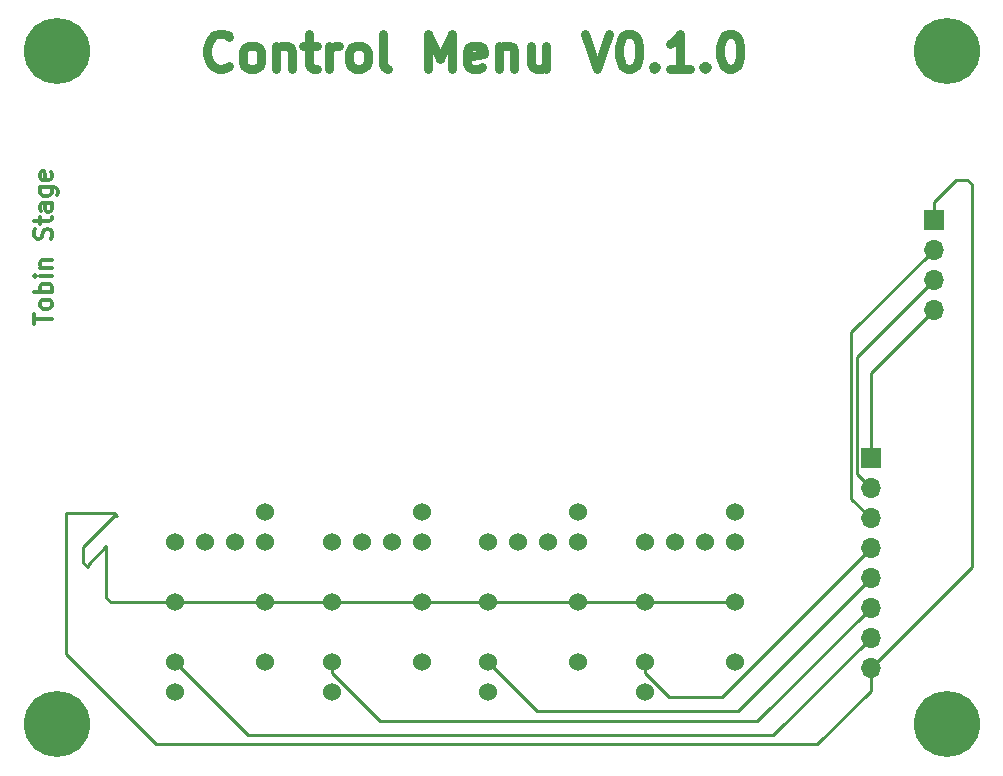
<source format=gbr>
%TF.GenerationSoftware,KiCad,Pcbnew,(5.1.7)-1*%
%TF.CreationDate,2020-12-29T16:59:20+00:00*%
%TF.ProjectId,ControlMenu-PCB,436f6e74-726f-46c4-9d65-6e752d504342,rev?*%
%TF.SameCoordinates,Original*%
%TF.FileFunction,Copper,L1,Top*%
%TF.FilePolarity,Positive*%
%FSLAX46Y46*%
G04 Gerber Fmt 4.6, Leading zero omitted, Abs format (unit mm)*
G04 Created by KiCad (PCBNEW (5.1.7)-1) date 2020-12-29 16:59:20*
%MOMM*%
%LPD*%
G01*
G04 APERTURE LIST*
%TA.AperFunction,NonConductor*%
%ADD10C,0.300000*%
%TD*%
%TA.AperFunction,NonConductor*%
%ADD11C,0.750000*%
%TD*%
%TA.AperFunction,ComponentPad*%
%ADD12C,5.600000*%
%TD*%
%TA.AperFunction,ComponentPad*%
%ADD13O,1.700000X1.700000*%
%TD*%
%TA.AperFunction,ComponentPad*%
%ADD14R,1.700000X1.700000*%
%TD*%
%TA.AperFunction,ComponentPad*%
%ADD15C,1.524000*%
%TD*%
%TA.AperFunction,Conductor*%
%ADD16C,0.250000*%
%TD*%
G04 APERTURE END LIST*
D10*
X190138571Y-119985714D02*
X190138571Y-119128571D01*
X191638571Y-119557142D02*
X190138571Y-119557142D01*
X191638571Y-118414285D02*
X191567142Y-118557142D01*
X191495714Y-118628571D01*
X191352857Y-118700000D01*
X190924285Y-118700000D01*
X190781428Y-118628571D01*
X190710000Y-118557142D01*
X190638571Y-118414285D01*
X190638571Y-118200000D01*
X190710000Y-118057142D01*
X190781428Y-117985714D01*
X190924285Y-117914285D01*
X191352857Y-117914285D01*
X191495714Y-117985714D01*
X191567142Y-118057142D01*
X191638571Y-118200000D01*
X191638571Y-118414285D01*
X191638571Y-117271428D02*
X190138571Y-117271428D01*
X190710000Y-117271428D02*
X190638571Y-117128571D01*
X190638571Y-116842857D01*
X190710000Y-116700000D01*
X190781428Y-116628571D01*
X190924285Y-116557142D01*
X191352857Y-116557142D01*
X191495714Y-116628571D01*
X191567142Y-116700000D01*
X191638571Y-116842857D01*
X191638571Y-117128571D01*
X191567142Y-117271428D01*
X191638571Y-115914285D02*
X190638571Y-115914285D01*
X190138571Y-115914285D02*
X190210000Y-115985714D01*
X190281428Y-115914285D01*
X190210000Y-115842857D01*
X190138571Y-115914285D01*
X190281428Y-115914285D01*
X190638571Y-115200000D02*
X191638571Y-115200000D01*
X190781428Y-115200000D02*
X190710000Y-115128571D01*
X190638571Y-114985714D01*
X190638571Y-114771428D01*
X190710000Y-114628571D01*
X190852857Y-114557142D01*
X191638571Y-114557142D01*
X191567142Y-112771428D02*
X191638571Y-112557142D01*
X191638571Y-112200000D01*
X191567142Y-112057142D01*
X191495714Y-111985714D01*
X191352857Y-111914285D01*
X191210000Y-111914285D01*
X191067142Y-111985714D01*
X190995714Y-112057142D01*
X190924285Y-112200000D01*
X190852857Y-112485714D01*
X190781428Y-112628571D01*
X190710000Y-112700000D01*
X190567142Y-112771428D01*
X190424285Y-112771428D01*
X190281428Y-112700000D01*
X190210000Y-112628571D01*
X190138571Y-112485714D01*
X190138571Y-112128571D01*
X190210000Y-111914285D01*
X190638571Y-111485714D02*
X190638571Y-110914285D01*
X190138571Y-111271428D02*
X191424285Y-111271428D01*
X191567142Y-111200000D01*
X191638571Y-111057142D01*
X191638571Y-110914285D01*
X191638571Y-109771428D02*
X190852857Y-109771428D01*
X190710000Y-109842857D01*
X190638571Y-109985714D01*
X190638571Y-110271428D01*
X190710000Y-110414285D01*
X191567142Y-109771428D02*
X191638571Y-109914285D01*
X191638571Y-110271428D01*
X191567142Y-110414285D01*
X191424285Y-110485714D01*
X191281428Y-110485714D01*
X191138571Y-110414285D01*
X191067142Y-110271428D01*
X191067142Y-109914285D01*
X190995714Y-109771428D01*
X190638571Y-108414285D02*
X191852857Y-108414285D01*
X191995714Y-108485714D01*
X192067142Y-108557142D01*
X192138571Y-108700000D01*
X192138571Y-108914285D01*
X192067142Y-109057142D01*
X191567142Y-108414285D02*
X191638571Y-108557142D01*
X191638571Y-108842857D01*
X191567142Y-108985714D01*
X191495714Y-109057142D01*
X191352857Y-109128571D01*
X190924285Y-109128571D01*
X190781428Y-109057142D01*
X190710000Y-108985714D01*
X190638571Y-108842857D01*
X190638571Y-108557142D01*
X190710000Y-108414285D01*
X191567142Y-107128571D02*
X191638571Y-107271428D01*
X191638571Y-107557142D01*
X191567142Y-107700000D01*
X191424285Y-107771428D01*
X190852857Y-107771428D01*
X190710000Y-107700000D01*
X190638571Y-107557142D01*
X190638571Y-107271428D01*
X190710000Y-107128571D01*
X190852857Y-107057142D01*
X190995714Y-107057142D01*
X191138571Y-107771428D01*
D11*
X206675714Y-98111428D02*
X206532857Y-98254285D01*
X206104285Y-98397142D01*
X205818571Y-98397142D01*
X205390000Y-98254285D01*
X205104285Y-97968571D01*
X204961428Y-97682857D01*
X204818571Y-97111428D01*
X204818571Y-96682857D01*
X204961428Y-96111428D01*
X205104285Y-95825714D01*
X205390000Y-95540000D01*
X205818571Y-95397142D01*
X206104285Y-95397142D01*
X206532857Y-95540000D01*
X206675714Y-95682857D01*
X208390000Y-98397142D02*
X208104285Y-98254285D01*
X207961428Y-98111428D01*
X207818571Y-97825714D01*
X207818571Y-96968571D01*
X207961428Y-96682857D01*
X208104285Y-96540000D01*
X208390000Y-96397142D01*
X208818571Y-96397142D01*
X209104285Y-96540000D01*
X209247142Y-96682857D01*
X209390000Y-96968571D01*
X209390000Y-97825714D01*
X209247142Y-98111428D01*
X209104285Y-98254285D01*
X208818571Y-98397142D01*
X208390000Y-98397142D01*
X210675714Y-96397142D02*
X210675714Y-98397142D01*
X210675714Y-96682857D02*
X210818571Y-96540000D01*
X211104285Y-96397142D01*
X211532857Y-96397142D01*
X211818571Y-96540000D01*
X211961428Y-96825714D01*
X211961428Y-98397142D01*
X212961428Y-96397142D02*
X214104285Y-96397142D01*
X213390000Y-95397142D02*
X213390000Y-97968571D01*
X213532857Y-98254285D01*
X213818571Y-98397142D01*
X214104285Y-98397142D01*
X215104285Y-98397142D02*
X215104285Y-96397142D01*
X215104285Y-96968571D02*
X215247142Y-96682857D01*
X215390000Y-96540000D01*
X215675714Y-96397142D01*
X215961428Y-96397142D01*
X217390000Y-98397142D02*
X217104285Y-98254285D01*
X216961428Y-98111428D01*
X216818571Y-97825714D01*
X216818571Y-96968571D01*
X216961428Y-96682857D01*
X217104285Y-96540000D01*
X217390000Y-96397142D01*
X217818571Y-96397142D01*
X218104285Y-96540000D01*
X218247142Y-96682857D01*
X218390000Y-96968571D01*
X218390000Y-97825714D01*
X218247142Y-98111428D01*
X218104285Y-98254285D01*
X217818571Y-98397142D01*
X217390000Y-98397142D01*
X220104285Y-98397142D02*
X219818571Y-98254285D01*
X219675714Y-97968571D01*
X219675714Y-95397142D01*
X223532857Y-98397142D02*
X223532857Y-95397142D01*
X224532857Y-97540000D01*
X225532857Y-95397142D01*
X225532857Y-98397142D01*
X228104285Y-98254285D02*
X227818571Y-98397142D01*
X227247142Y-98397142D01*
X226961428Y-98254285D01*
X226818571Y-97968571D01*
X226818571Y-96825714D01*
X226961428Y-96540000D01*
X227247142Y-96397142D01*
X227818571Y-96397142D01*
X228104285Y-96540000D01*
X228247142Y-96825714D01*
X228247142Y-97111428D01*
X226818571Y-97397142D01*
X229532857Y-96397142D02*
X229532857Y-98397142D01*
X229532857Y-96682857D02*
X229675714Y-96540000D01*
X229961428Y-96397142D01*
X230390000Y-96397142D01*
X230675714Y-96540000D01*
X230818571Y-96825714D01*
X230818571Y-98397142D01*
X233532857Y-96397142D02*
X233532857Y-98397142D01*
X232247142Y-96397142D02*
X232247142Y-97968571D01*
X232390000Y-98254285D01*
X232675714Y-98397142D01*
X233104285Y-98397142D01*
X233390000Y-98254285D01*
X233532857Y-98111428D01*
X236818571Y-95397142D02*
X237818571Y-98397142D01*
X238818571Y-95397142D01*
X240390000Y-95397142D02*
X240675714Y-95397142D01*
X240961428Y-95540000D01*
X241104285Y-95682857D01*
X241247142Y-95968571D01*
X241390000Y-96540000D01*
X241390000Y-97254285D01*
X241247142Y-97825714D01*
X241104285Y-98111428D01*
X240961428Y-98254285D01*
X240675714Y-98397142D01*
X240390000Y-98397142D01*
X240104285Y-98254285D01*
X239961428Y-98111428D01*
X239818571Y-97825714D01*
X239675714Y-97254285D01*
X239675714Y-96540000D01*
X239818571Y-95968571D01*
X239961428Y-95682857D01*
X240104285Y-95540000D01*
X240390000Y-95397142D01*
X242675714Y-98111428D02*
X242818571Y-98254285D01*
X242675714Y-98397142D01*
X242532857Y-98254285D01*
X242675714Y-98111428D01*
X242675714Y-98397142D01*
X245675714Y-98397142D02*
X243961428Y-98397142D01*
X244818571Y-98397142D02*
X244818571Y-95397142D01*
X244532857Y-95825714D01*
X244247142Y-96111428D01*
X243961428Y-96254285D01*
X246961428Y-98111428D02*
X247104285Y-98254285D01*
X246961428Y-98397142D01*
X246818571Y-98254285D01*
X246961428Y-98111428D01*
X246961428Y-98397142D01*
X248961428Y-95397142D02*
X249247142Y-95397142D01*
X249532857Y-95540000D01*
X249675714Y-95682857D01*
X249818571Y-95968571D01*
X249961428Y-96540000D01*
X249961428Y-97254285D01*
X249818571Y-97825714D01*
X249675714Y-98111428D01*
X249532857Y-98254285D01*
X249247142Y-98397142D01*
X248961428Y-98397142D01*
X248675714Y-98254285D01*
X248532857Y-98111428D01*
X248390000Y-97825714D01*
X248247142Y-97254285D01*
X248247142Y-96540000D01*
X248390000Y-95968571D01*
X248532857Y-95682857D01*
X248675714Y-95540000D01*
X248961428Y-95397142D01*
D12*
%TO.P,REF\u002A\u002A,1*%
%TO.N,N/C*%
X267420000Y-96880000D03*
%TD*%
%TO.P,REF\u002A\u002A,1*%
%TO.N,N/C*%
X267420000Y-153880000D03*
%TD*%
%TO.P,REF\u002A\u002A,1*%
%TO.N,N/C*%
X192090000Y-153880000D03*
%TD*%
%TO.P,REF\u002A\u002A,1*%
%TO.N,N/C*%
X192090000Y-96880000D03*
%TD*%
D13*
%TO.P,J2,4*%
%TO.N,/GND*%
X266320000Y-118800000D03*
%TO.P,J2,3*%
%TO.N,/SCL*%
X266320000Y-116260000D03*
%TO.P,J2,2*%
%TO.N,/SDA*%
X266320000Y-113720000D03*
D14*
%TO.P,J2,1*%
%TO.N,/5V*%
X266320000Y-111180000D03*
%TD*%
D15*
%TO.P,Enter1,5*%
%TO.N,Net-(Enter1-Pad5)*%
X244415000Y-138415000D03*
%TO.P,Enter1,6*%
%TO.N,Net-(Enter1-Pad6)*%
X246955000Y-138415000D03*
%TO.P,Enter1,7*%
%TO.N,N/C*%
X249495000Y-138415000D03*
%TO.P,Enter1,4*%
X241875000Y-138415000D03*
%TO.P,Enter1,8*%
X249495000Y-135875000D03*
X241875000Y-151115000D03*
%TO.P,Enter1,1*%
%TO.N,/5V*%
X249495000Y-143495000D03*
X241875000Y-143495000D03*
%TO.P,Enter1,3*%
%TO.N,Net-(Enter1-Pad3)*%
X249495000Y-148575000D03*
%TO.P,Enter1,2*%
%TO.N,/Enter*%
X241875000Y-148575000D03*
%TD*%
%TO.P,1s1,5*%
%TO.N,Net-(1s1-Pad5)*%
X231145000Y-138415000D03*
%TO.P,1s1,6*%
%TO.N,Net-(1s1-Pad6)*%
X233685000Y-138415000D03*
%TO.P,1s1,7*%
%TO.N,N/C*%
X236225000Y-138415000D03*
%TO.P,1s1,4*%
X228605000Y-138415000D03*
%TO.P,1s1,8*%
X236225000Y-135875000D03*
X228605000Y-151115000D03*
%TO.P,1s1,1*%
%TO.N,/5V*%
X236225000Y-143495000D03*
X228605000Y-143495000D03*
%TO.P,1s1,3*%
%TO.N,Net-(1s1-Pad3)*%
X236225000Y-148575000D03*
%TO.P,1s1,2*%
%TO.N,/1s*%
X228605000Y-148575000D03*
%TD*%
%TO.P,10s1,5*%
%TO.N,Net-(10s1-Pad5)*%
X217875000Y-138415000D03*
%TO.P,10s1,6*%
%TO.N,Net-(10s1-Pad6)*%
X220415000Y-138415000D03*
%TO.P,10s1,7*%
%TO.N,N/C*%
X222955000Y-138415000D03*
%TO.P,10s1,4*%
X215335000Y-138415000D03*
%TO.P,10s1,8*%
X222955000Y-135875000D03*
X215335000Y-151115000D03*
%TO.P,10s1,1*%
%TO.N,/5V*%
X222955000Y-143495000D03*
X215335000Y-143495000D03*
%TO.P,10s1,3*%
%TO.N,Net-(10s1-Pad3)*%
X222955000Y-148575000D03*
%TO.P,10s1,2*%
%TO.N,/10s*%
X215335000Y-148575000D03*
%TD*%
%TO.P,100s1,5*%
%TO.N,Net-(100s1-Pad5)*%
X204605000Y-138415000D03*
%TO.P,100s1,6*%
%TO.N,Net-(100s1-Pad6)*%
X207145000Y-138415000D03*
%TO.P,100s1,7*%
%TO.N,N/C*%
X209685000Y-138415000D03*
%TO.P,100s1,4*%
X202065000Y-138415000D03*
%TO.P,100s1,8*%
X209685000Y-135875000D03*
X202065000Y-151115000D03*
%TO.P,100s1,1*%
%TO.N,/5V*%
X209685000Y-143495000D03*
X202065000Y-143495000D03*
%TO.P,100s1,3*%
%TO.N,Net-(100s1-Pad3)*%
X209685000Y-148575000D03*
%TO.P,100s1,2*%
%TO.N,/100s*%
X202065000Y-148575000D03*
%TD*%
D13*
%TO.P,J1,8*%
%TO.N,/5V*%
X260970000Y-149090000D03*
%TO.P,J1,7*%
%TO.N,/100s*%
X260970000Y-146550000D03*
%TO.P,J1,6*%
%TO.N,/10s*%
X260970000Y-144010000D03*
%TO.P,J1,5*%
%TO.N,/1s*%
X260970000Y-141470000D03*
%TO.P,J1,4*%
%TO.N,/Enter*%
X260970000Y-138930000D03*
%TO.P,J1,3*%
%TO.N,/SDA*%
X260970000Y-136390000D03*
%TO.P,J1,2*%
%TO.N,/SCL*%
X260970000Y-133850000D03*
D14*
%TO.P,J1,1*%
%TO.N,/GND*%
X260970000Y-131310000D03*
%TD*%
D16*
%TO.N,/SDA*%
X259344990Y-120695010D02*
X266320000Y-113720000D01*
X259344990Y-134764990D02*
X259344990Y-120695010D01*
X260970000Y-136390000D02*
X259344990Y-134764990D01*
%TO.N,/SCL*%
X259794999Y-122785001D02*
X266320000Y-116260000D01*
X259794999Y-132674999D02*
X259794999Y-122785001D01*
X260970000Y-133850000D02*
X259794999Y-132674999D01*
%TO.N,/GND*%
X260970000Y-124150000D02*
X266320000Y-118800000D01*
X260970000Y-131310000D02*
X260970000Y-124150000D01*
%TO.N,/5V*%
X266320000Y-111180000D02*
X266320000Y-109640000D01*
X266320000Y-109640000D02*
X268180000Y-107780000D01*
X268180000Y-107780000D02*
X269170000Y-107780000D01*
X269170000Y-107780000D02*
X269550000Y-108160000D01*
X269550000Y-140510000D02*
X260970000Y-149090000D01*
X269550000Y-108160000D02*
X269550000Y-140510000D01*
X260970000Y-149090000D02*
X260970000Y-151050000D01*
X260970000Y-151050000D02*
X256450000Y-155570000D01*
X256450000Y-155570000D02*
X200490000Y-155570000D01*
X200490000Y-155570000D02*
X192830000Y-147910000D01*
X192830000Y-147910000D02*
X192830000Y-135980000D01*
X192830000Y-135980000D02*
X196950000Y-135980000D01*
X196950000Y-135980000D02*
X197190000Y-136220000D01*
X197190000Y-136220000D02*
X196950000Y-136220000D01*
X196950000Y-136220000D02*
X194310000Y-138860000D01*
X194310000Y-138860000D02*
X194310000Y-140180000D01*
X194310000Y-140180000D02*
X194720000Y-140590000D01*
X194720000Y-140590000D02*
X194720000Y-140340000D01*
X194720000Y-140340000D02*
X196280000Y-138780000D01*
X196280000Y-138780000D02*
X196280000Y-143140000D01*
X196635000Y-143495000D02*
X202065000Y-143495000D01*
X196280000Y-143140000D02*
X196635000Y-143495000D01*
X209685000Y-143495000D02*
X215335000Y-143495000D01*
X215335000Y-143495000D02*
X222955000Y-143495000D01*
X202065000Y-143495000D02*
X209685000Y-143495000D01*
X222955000Y-143495000D02*
X228605000Y-143495000D01*
X228605000Y-143495000D02*
X236225000Y-143495000D01*
X236225000Y-143495000D02*
X241875000Y-143495000D01*
X249495000Y-143495000D02*
X241875000Y-143495000D01*
%TO.N,/100s*%
X260970000Y-146550000D02*
X252730000Y-154790000D01*
X208280000Y-154790000D02*
X202065000Y-148575000D01*
X252730000Y-154790000D02*
X208280000Y-154790000D01*
%TO.N,/10s*%
X260970000Y-144010000D02*
X251360000Y-153620000D01*
X215335000Y-149506238D02*
X215335000Y-148575000D01*
X219448762Y-153620000D02*
X215335000Y-149506238D01*
X251360000Y-153620000D02*
X219448762Y-153620000D01*
%TO.N,/1s*%
X229692001Y-149662001D02*
X228605000Y-148575000D01*
X260970000Y-141470000D02*
X249740000Y-152700000D01*
X232730000Y-152700000D02*
X228605000Y-148575000D01*
X249740000Y-152700000D02*
X232730000Y-152700000D01*
%TO.N,/Enter*%
X260970000Y-138930000D02*
X248360000Y-151540000D01*
X248360000Y-151540000D02*
X243880000Y-151540000D01*
X241875000Y-149535000D02*
X241875000Y-148575000D01*
X243880000Y-151540000D02*
X241875000Y-149535000D01*
%TD*%
M02*

</source>
